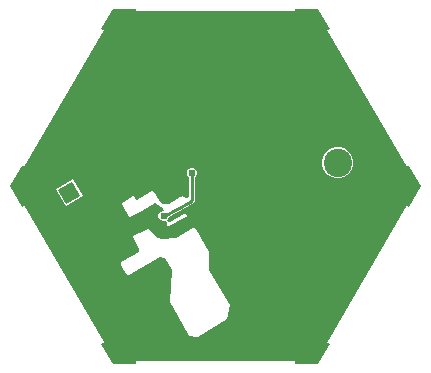
<source format=gbr>
G04*
G04 #@! TF.GenerationSoftware,Altium Limited,Altium Designer,25.8.1 (18)*
G04*
G04 Layer_Physical_Order=2*
G04 Layer_Color=16711680*
%FSLAX44Y44*%
%MOMM*%
G71*
G04*
G04 #@! TF.SameCoordinates,2BA1844E-35A1-40AA-B719-48A9BFBC8ED3*
G04*
G04*
G04 #@! TF.FilePolarity,Positive*
G04*
G01*
G75*
%ADD14C,0.2540*%
G04:AMPARAMS|DCode=42|XSize=1mm|YSize=1mm|CornerRadius=0.5mm|HoleSize=0mm|Usage=FLASHONLY|Rotation=300.000|XOffset=0mm|YOffset=0mm|HoleType=Round|Shape=RoundedRectangle|*
%AMROUNDEDRECTD42*
21,1,1.0000,0.0000,0,0,300.0*
21,1,0.0000,1.0000,0,0,300.0*
1,1,1.0000,0.0000,0.0000*
1,1,1.0000,0.0000,0.0000*
1,1,1.0000,0.0000,0.0000*
1,1,1.0000,0.0000,0.0000*
%
%ADD42ROUNDEDRECTD42*%
G04:AMPARAMS|DCode=43|XSize=1mm|YSize=1mm|CornerRadius=0.5mm|HoleSize=0mm|Usage=FLASHONLY|Rotation=180.000|XOffset=0mm|YOffset=0mm|HoleType=Round|Shape=RoundedRectangle|*
%AMROUNDEDRECTD43*
21,1,1.0000,0.0000,0,0,180.0*
21,1,0.0000,1.0000,0,0,180.0*
1,1,1.0000,0.0000,0.0000*
1,1,1.0000,0.0000,0.0000*
1,1,1.0000,0.0000,0.0000*
1,1,1.0000,0.0000,0.0000*
%
%ADD43ROUNDEDRECTD43*%
G04:AMPARAMS|DCode=44|XSize=1mm|YSize=1mm|CornerRadius=0.5mm|HoleSize=0mm|Usage=FLASHONLY|Rotation=240.000|XOffset=0mm|YOffset=0mm|HoleType=Round|Shape=RoundedRectangle|*
%AMROUNDEDRECTD44*
21,1,1.0000,0.0000,0,0,240.0*
21,1,0.0000,1.0000,0,0,240.0*
1,1,1.0000,0.0000,0.0000*
1,1,1.0000,0.0000,0.0000*
1,1,1.0000,0.0000,0.0000*
1,1,1.0000,0.0000,0.0000*
%
%ADD44ROUNDEDRECTD44*%
%ADD45C,1.3900*%
%ADD46P,1.9658X4X165.0*%
G04:AMPARAMS|DCode=47|XSize=2.4mm|YSize=2.4mm|CornerRadius=0.6mm|HoleSize=0mm|Usage=FLASHONLY|Rotation=300.000|XOffset=0mm|YOffset=0mm|HoleType=Round|Shape=RoundedRectangle|*
%AMROUNDEDRECTD47*
21,1,2.4000,1.2000,0,0,300.0*
21,1,1.2000,2.4000,0,0,300.0*
1,1,1.2000,-0.2196,-0.8196*
1,1,1.2000,-0.8196,0.2196*
1,1,1.2000,0.2196,0.8196*
1,1,1.2000,0.8196,-0.2196*
%
%ADD47ROUNDEDRECTD47*%
%ADD48C,2.4000*%
%ADD49C,0.6096*%
%ADD50C,1.2700*%
%ADD51C,0.5000*%
G36*
X-67041Y150492D02*
X-66999Y148743D01*
X-67084Y148195D01*
X67145D01*
X67059Y148751D01*
X67106Y150500D01*
X86888D01*
X96781Y133322D01*
X95288Y132410D01*
X94783Y132214D01*
X161906Y15952D01*
X162322Y16285D01*
X163860Y17118D01*
X163860Y17118D01*
X173750Y-13D01*
X163820Y-17170D01*
X162284Y-16333D01*
X161876Y-16004D01*
X94752Y-132267D01*
X95265Y-132467D01*
X96756Y-133382D01*
X86865Y-150513D01*
X67041Y-150492D01*
X66999Y-148743D01*
X67084Y-148195D01*
X-67145D01*
X-67059Y-148751D01*
X-67106Y-150500D01*
Y-150500D01*
X-86888D01*
X-96781Y-133322D01*
X-95288Y-132410D01*
X-94783Y-132214D01*
X-161906Y-15952D01*
X-162322Y-16285D01*
X-163860Y-17118D01*
Y-17118D01*
X-173750Y13D01*
X-163820Y17170D01*
X-162284Y16333D01*
X-161876Y16004D01*
X-94752Y132267D01*
X-95265Y132467D01*
X-96756Y133382D01*
X-96756Y133382D01*
X-86865Y150513D01*
X-67041Y150492D01*
D02*
G37*
%LPC*%
G36*
X105166Y33273D02*
X101672D01*
X98297Y32369D01*
X95271Y30622D01*
X92800Y28151D01*
X91053Y25125D01*
X90149Y21750D01*
Y18256D01*
X91053Y14881D01*
X92800Y11855D01*
X95271Y9384D01*
X98297Y7637D01*
X101672Y6733D01*
X105166D01*
X108541Y7637D01*
X111567Y9384D01*
X114038Y11855D01*
X115785Y14881D01*
X116689Y18256D01*
Y21750D01*
X115785Y25125D01*
X114038Y28151D01*
X111567Y30622D01*
X108541Y32369D01*
X105166Y33273D01*
D02*
G37*
G36*
X-120689Y5895D02*
X-131777Y-507D01*
X-133827Y-1690D01*
D01*
X-134927Y-2325D01*
X-134017Y-4112D01*
X-133742Y-4536D01*
X-132924Y-5793D01*
X-126707Y-16563D01*
X-112469Y-8343D01*
X-120689Y5895D01*
D02*
G37*
G36*
X-19207Y15494D02*
X-20925D01*
X-22512Y14837D01*
X-23727Y13622D01*
X-24384Y12035D01*
Y10317D01*
X-23727Y8730D01*
X-22656Y7659D01*
Y-8653D01*
X-24244Y-9776D01*
X-27080Y-9036D01*
X-27533Y-8194D01*
X-27825Y-8068D01*
X-29792Y-9179D01*
X-39624Y-14732D01*
X-44764Y-14828D01*
X-48006Y-11938D01*
X-51886Y-5191D01*
X-52823Y-3562D01*
X-53594Y-3556D01*
X-55076Y-4439D01*
X-66802Y-11430D01*
X-67564Y-11176D01*
X-69197Y-8455D01*
X-69480Y-8313D01*
X-75008Y-11607D01*
X-77546Y-13022D01*
X-79248Y-13970D01*
X-79502Y-14478D01*
X-78484Y-16244D01*
X-72898Y-25935D01*
X-72121D01*
X-64008Y-21336D01*
X-50800Y-13716D01*
X-46228Y-17751D01*
X-44095Y-17936D01*
X-43275Y-20556D01*
X-43602Y-20828D01*
X-44801D01*
X-46388Y-21485D01*
X-47603Y-22700D01*
X-48260Y-24287D01*
Y-26005D01*
X-47603Y-27592D01*
X-46388Y-28807D01*
X-44801Y-29464D01*
X-43083D01*
X-42328Y-29151D01*
X-41960Y-29619D01*
X-40919Y-31317D01*
X-41073Y-31779D01*
X-41402Y-32766D01*
X-41402Y-32766D01*
X-40640Y-33528D01*
X-39511Y-33979D01*
X-39511Y-33980D01*
X-39421Y-33935D01*
X-39201Y-33809D01*
X-26766Y-26752D01*
X-24710Y-25585D01*
X-24710Y-25585D01*
X-24130Y-25256D01*
X-24585Y-23237D01*
X-26162Y-22606D01*
X-26935Y-23051D01*
X-38813Y-29893D01*
X-39230Y-30133D01*
X-40743Y-28160D01*
X-40482Y-27793D01*
X-40281Y-27592D01*
X-39624Y-26005D01*
Y-25760D01*
X-20107Y-15233D01*
X-19817Y-14994D01*
X-19505Y-14785D01*
X-18235Y-13515D01*
X-17673Y-12675D01*
X-17476Y-11684D01*
Y7659D01*
X-16405Y8730D01*
X-15748Y10317D01*
Y12035D01*
X-16405Y13622D01*
X-17620Y14837D01*
X-19207Y15494D01*
D02*
G37*
G36*
X-18058Y-34914D02*
X-18933Y-35424D01*
X-33528Y-43942D01*
X-44958Y-44196D01*
X-50211Y-43144D01*
X-55880Y-36322D01*
X-57380Y-35708D01*
X-69596Y-42372D01*
Y-43263D01*
X-64607Y-52686D01*
X-65049Y-55215D01*
X-79734Y-63713D01*
X-80377Y-66282D01*
X-75629Y-74422D01*
X-73603Y-75159D01*
X-46736Y-59690D01*
X-42418Y-60706D01*
X-36652Y-70536D01*
X-38115Y-97797D01*
X-36341Y-101813D01*
X-36333Y-101827D01*
X-22026Y-126392D01*
X-14732Y-127508D01*
X9815Y-112024D01*
X12700Y-100838D01*
X-5080Y-71126D01*
X-5588Y-55880D01*
X-16266Y-36435D01*
X-16510Y-35991D01*
X-18058Y-34914D01*
D02*
G37*
%LPD*%
D14*
X-20066Y-11684D02*
Y11176D01*
X-21336Y-12954D02*
X-20066Y-11684D01*
X-43942Y-25146D02*
X-21336Y-12954D01*
D42*
X165199Y0D02*
D03*
X-165199D02*
D03*
D43*
X82601Y143101D02*
D03*
X-82601Y-143101D02*
D03*
D44*
X82601D02*
D03*
X-82601Y143101D02*
D03*
D45*
X-133698Y11987D02*
D03*
D46*
X-123698Y-5334D02*
D03*
D47*
X78019Y63997D02*
D03*
D48*
X103419Y20003D02*
D03*
D49*
X-59690Y28956D02*
D03*
X-37592Y13970D02*
D03*
X21082Y-86360D02*
D03*
X13462Y-74676D02*
D03*
X48514Y107188D02*
D03*
X-79248Y-85090D02*
D03*
X-61468Y-108204D02*
D03*
X16002Y73660D02*
D03*
X5842Y68072D02*
D03*
X42926Y25908D02*
D03*
X60706Y21336D02*
D03*
X2286Y22860D02*
D03*
X-8890Y16764D02*
D03*
X-50292Y7874D02*
D03*
X-41656Y22606D02*
D03*
X-55372Y16256D02*
D03*
X-48514Y33274D02*
D03*
X-124968Y23622D02*
D03*
X-141224Y-254D02*
D03*
X-108677Y-21538D02*
D03*
X-118618Y-55372D02*
D03*
X-123698Y-47244D02*
D03*
X-93980Y-81026D02*
D03*
X39624Y-63500D02*
D03*
X44958Y-73914D02*
D03*
X33274Y-80518D02*
D03*
X27686Y-68834D02*
D03*
X78994Y-54864D02*
D03*
X46736Y-45466D02*
D03*
X77470Y-38100D02*
D03*
X33782Y-52070D02*
D03*
X70104Y-62484D02*
D03*
X56642Y-69088D02*
D03*
X58166Y-39878D02*
D03*
X21590Y-57912D02*
D03*
X10160Y-63754D02*
D03*
X8890Y-49530D02*
D03*
X1016Y-53594D02*
D03*
X-44196Y-111506D02*
D03*
X-20066Y11176D02*
D03*
X-43942Y-25146D02*
D03*
D50*
X82550Y88900D02*
D03*
X92710Y42418D02*
D03*
X57404Y49784D02*
D03*
D51*
X4651Y-39614D02*
D03*
X-4875Y-45114D02*
D03*
X-849Y-30087D02*
D03*
X-10375Y-35587D02*
D03*
X-6349Y-20561D02*
D03*
X-15875Y-26061D02*
D03*
M02*

</source>
